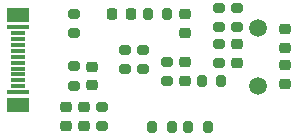
<source format=gbs>
%TF.GenerationSoftware,KiCad,Pcbnew,(6.0.1)*%
%TF.CreationDate,2022-01-24T11:38:00+08:00*%
%TF.ProjectId,ST-Link_v2-1,53542d4c-696e-46b5-9f76-322d312e6b69,rev?*%
%TF.SameCoordinates,Original*%
%TF.FileFunction,Soldermask,Bot*%
%TF.FilePolarity,Negative*%
%FSLAX46Y46*%
G04 Gerber Fmt 4.6, Leading zero omitted, Abs format (unit mm)*
G04 Created by KiCad (PCBNEW (6.0.1)) date 2022-01-24 11:38:00*
%MOMM*%
%LPD*%
G01*
G04 APERTURE LIST*
G04 Aperture macros list*
%AMRoundRect*
0 Rectangle with rounded corners*
0 $1 Rounding radius*
0 $2 $3 $4 $5 $6 $7 $8 $9 X,Y pos of 4 corners*
0 Add a 4 corners polygon primitive as box body*
4,1,4,$2,$3,$4,$5,$6,$7,$8,$9,$2,$3,0*
0 Add four circle primitives for the rounded corners*
1,1,$1+$1,$2,$3*
1,1,$1+$1,$4,$5*
1,1,$1+$1,$6,$7*
1,1,$1+$1,$8,$9*
0 Add four rect primitives between the rounded corners*
20,1,$1+$1,$2,$3,$4,$5,0*
20,1,$1+$1,$4,$5,$6,$7,0*
20,1,$1+$1,$6,$7,$8,$9,0*
20,1,$1+$1,$8,$9,$2,$3,0*%
G04 Aperture macros list end*
%ADD10C,1.500000*%
%ADD11R,1.850000X0.300000*%
%ADD12R,1.250000X0.300000*%
%ADD13R,1.850000X1.180000*%
%ADD14RoundRect,0.200000X0.275000X-0.200000X0.275000X0.200000X-0.275000X0.200000X-0.275000X-0.200000X0*%
%ADD15RoundRect,0.225000X0.250000X-0.225000X0.250000X0.225000X-0.250000X0.225000X-0.250000X-0.225000X0*%
%ADD16RoundRect,0.225000X-0.250000X0.225000X-0.250000X-0.225000X0.250000X-0.225000X0.250000X0.225000X0*%
%ADD17RoundRect,0.225000X0.225000X0.250000X-0.225000X0.250000X-0.225000X-0.250000X0.225000X-0.250000X0*%
%ADD18RoundRect,0.200000X-0.275000X0.200000X-0.275000X-0.200000X0.275000X-0.200000X0.275000X0.200000X0*%
%ADD19RoundRect,0.200000X0.200000X0.275000X-0.200000X0.275000X-0.200000X-0.275000X0.200000X-0.275000X0*%
%ADD20RoundRect,0.200000X-0.200000X-0.275000X0.200000X-0.275000X0.200000X0.275000X-0.200000X0.275000X0*%
G04 APERTURE END LIST*
D10*
%TO.C,Y1*%
X161417000Y-104521000D03*
X161417000Y-109401000D03*
%TD*%
D11*
%TO.C,P1*%
X141097000Y-104438000D03*
D12*
X141097000Y-104938000D03*
X141097000Y-105438000D03*
X141097000Y-105938000D03*
X141097000Y-106438000D03*
X141097000Y-106938000D03*
X141097000Y-107438000D03*
X141097000Y-107938000D03*
X141097000Y-108438000D03*
X141097000Y-108938000D03*
X141097000Y-109438000D03*
D11*
X141097000Y-109938000D03*
D13*
X141097000Y-110998000D03*
X141097000Y-103378000D03*
%TD*%
D14*
%TO.C,R16*%
X145796000Y-109409000D03*
X145796000Y-107759000D03*
%TD*%
D15*
%TO.C,C6*%
X155194000Y-104915000D03*
X155194000Y-103365000D03*
%TD*%
D14*
%TO.C,R14*%
X159639000Y-104457000D03*
X159639000Y-102807000D03*
%TD*%
D16*
%TO.C,C8*%
X145161000Y-111239000D03*
X145161000Y-112789000D03*
%TD*%
D17*
%TO.C,C4*%
X150635000Y-103340000D03*
X149085000Y-103340000D03*
%TD*%
D18*
%TO.C,R3*%
X148209000Y-111189000D03*
X148209000Y-112839000D03*
%TD*%
D14*
%TO.C,R19*%
X151638000Y-108013000D03*
X151638000Y-106363000D03*
%TD*%
D15*
%TO.C,C2*%
X163703000Y-109233000D03*
X163703000Y-107683000D03*
%TD*%
D18*
%TO.C,R1*%
X158115000Y-105855000D03*
X158115000Y-107505000D03*
%TD*%
D19*
%TO.C,R9*%
X158305000Y-108966000D03*
X156655000Y-108966000D03*
%TD*%
D16*
%TO.C,C1*%
X159639000Y-105905000D03*
X159639000Y-107455000D03*
%TD*%
%TO.C,C3*%
X163703000Y-104635000D03*
X163703000Y-106185000D03*
%TD*%
D19*
%TO.C,R4*%
X154114000Y-112903000D03*
X152464000Y-112903000D03*
%TD*%
D14*
%TO.C,R6*%
X153670000Y-109029000D03*
X153670000Y-107379000D03*
%TD*%
D18*
%TO.C,R15*%
X158115000Y-102807000D03*
X158115000Y-104457000D03*
%TD*%
D20*
%TO.C,R7*%
X152083000Y-103340000D03*
X153733000Y-103340000D03*
%TD*%
D15*
%TO.C,C7*%
X147320000Y-109359000D03*
X147320000Y-107809000D03*
%TD*%
D14*
%TO.C,R20*%
X150114000Y-108013000D03*
X150114000Y-106363000D03*
%TD*%
D18*
%TO.C,R2*%
X145796000Y-103315000D03*
X145796000Y-104965000D03*
%TD*%
D20*
%TO.C,R5*%
X157162000Y-112903000D03*
X155512000Y-112903000D03*
%TD*%
D16*
%TO.C,C9*%
X146685000Y-111239000D03*
X146685000Y-112789000D03*
%TD*%
D15*
%TO.C,C5*%
X155194000Y-108979000D03*
X155194000Y-107429000D03*
%TD*%
M02*

</source>
